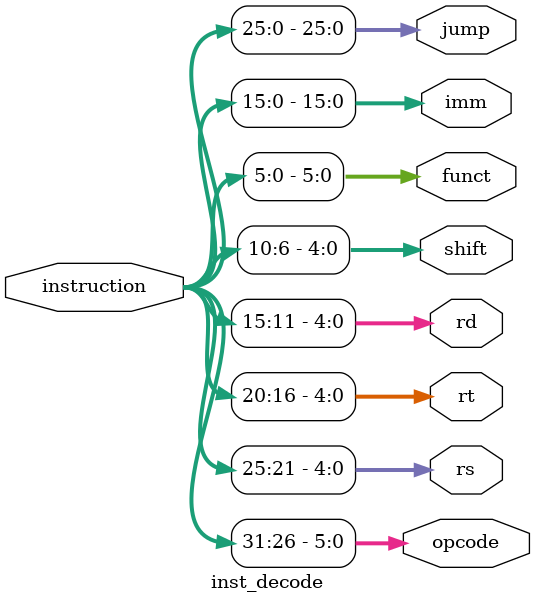
<source format=sv>
module inst_decode (
  input [31:0] instruction,
  output [5:0] opcode,
  output [4:0] rs,
  output [4:0] rt,
  output [4:0] rd,
  output [4:0] shift,
  output [5:0] funct,
  output [15:0] imm,
  output [25:0] jump
);
  // General
  assign opcode = instruction[31:26];
  assign rs = instruction[25:21];
  assign rt = instruction[20:16];
  
  // R type
  assign rd = instruction[15:11];
  assign shift = instruction[10:6];
  assign funct = instruction[5:0];
  
  // I Type
  assign imm = instruction[15:0];
  
  // J type
  assign jump = instruction[25:0];

endmodule
</source>
